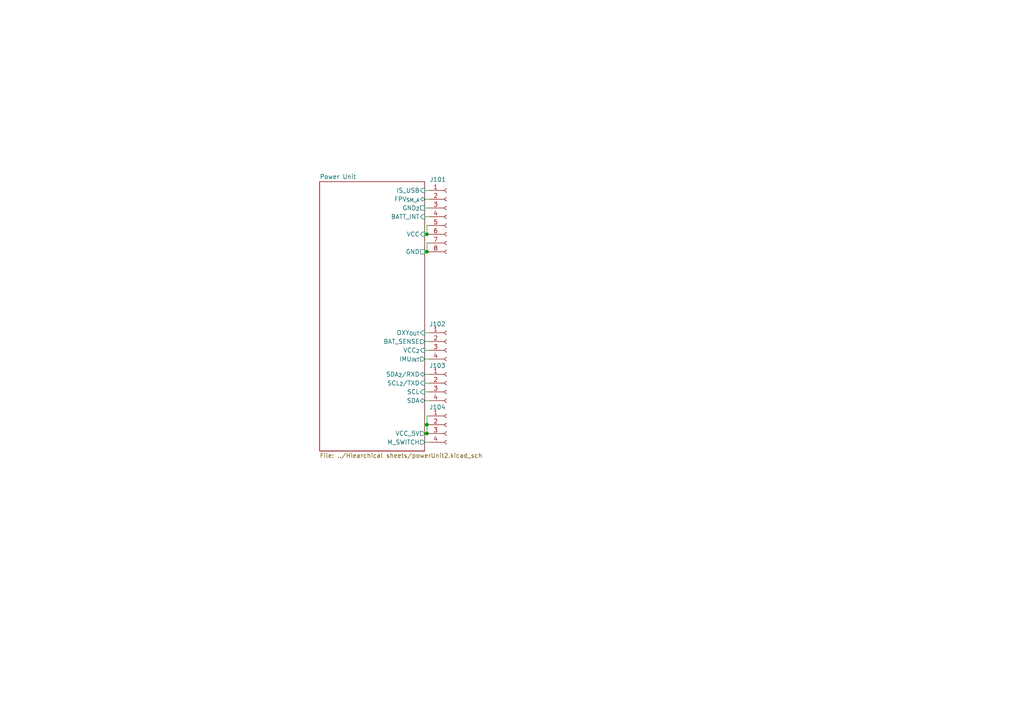
<source format=kicad_sch>
(kicad_sch (version 20211123) (generator eeschema)
  (paper "A4")
  (lib_symbols
    (symbol "Connector:Conn_01x04_Female" (pin_names (offset 1.016) hide)
      (property "Reference" "J" (at 0 5.08 0))
      (property "Value" "Conn_01x04_Female" (at 0 -7.62 0))
      (symbol "Conn_01x04_Female_1_1"
        (arc (start 0 -4.572) (mid -0.508 -5.08) (end 0 -5.588) (stroke (width 0.1524)))
        (arc (start 0 -2.032) (mid -0.508 -2.54) (end 0 -3.048) (stroke (width 0.1524)))
        (polyline (pts (xy -1.27 -5.08) (xy -0.508 -5.08)) (stroke (width 0.1524)))
        (polyline (pts (xy -1.27 -2.54) (xy -0.508 -2.54)) (stroke (width 0.1524)))
        (polyline (pts (xy -1.27 0) (xy -0.508 0)) (stroke (width 0.1524)))
        (polyline (pts (xy -1.27 2.54) (xy -0.508 2.54)) (stroke (width 0.1524)))
        (arc (start 0 0.508) (mid -0.508 0) (end 0 -0.508) (stroke (width 0.1524)))
        (arc (start 0 3.048) (mid -0.508 2.54) (end 0 2.032) (stroke (width 0.1524)))
        (pin passive line (at -5.08 2.54 0) (length 3.81) (name "Pin_1") (number "1"))
        (pin passive line (at -5.08 0 0) (length 3.81) (name "Pin_2") (number "2"))
        (pin passive line (at -5.08 -2.54 0) (length 3.81) (name "Pin_3") (number "3"))
        (pin passive line (at -5.08 -5.08 0) (length 3.81) (name "Pin_4") (number "4"))
      )
    )
    (symbol "Connector:Conn_01x08_Female" (pin_names (offset 1.016) hide)
      (property "Reference" "J" (at 0 10.16 0))
      (property "Value" "Conn_01x08_Female" (at 0 -12.7 0))
      (symbol "Conn_01x08_Female_1_1"
        (arc (start 0 -9.652) (mid -0.508 -10.16) (end 0 -10.668) (stroke (width 0.1524)))
        (arc (start 0 -7.112) (mid -0.508 -7.62) (end 0 -8.128) (stroke (width 0.1524)))
        (arc (start 0 -4.572) (mid -0.508 -5.08) (end 0 -5.588) (stroke (width 0.1524)))
        (arc (start 0 -2.032) (mid -0.508 -2.54) (end 0 -3.048) (stroke (width 0.1524)))
        (polyline (pts (xy -1.27 -10.16) (xy -0.508 -10.16)) (stroke (width 0.1524)))
        (polyline (pts (xy -1.27 -7.62) (xy -0.508 -7.62)) (stroke (width 0.1524)))
        (polyline (pts (xy -1.27 -5.08) (xy -0.508 -5.08)) (stroke (width 0.1524)))
        (polyline (pts (xy -1.27 -2.54) (xy -0.508 -2.54)) (stroke (width 0.1524)))
        (polyline (pts (xy -1.27 0) (xy -0.508 0)) (stroke (width 0.1524)))
        (polyline (pts (xy -1.27 2.54) (xy -0.508 2.54)) (stroke (width 0.1524)))
        (polyline (pts (xy -1.27 5.08) (xy -0.508 5.08)) (stroke (width 0.1524)))
        (polyline (pts (xy -1.27 7.62) (xy -0.508 7.62)) (stroke (width 0.1524)))
        (arc (start 0 0.508) (mid -0.508 0) (end 0 -0.508) (stroke (width 0.1524)))
        (arc (start 0 3.048) (mid -0.508 2.54) (end 0 2.032) (stroke (width 0.1524)))
        (arc (start 0 5.588) (mid -0.508 5.08) (end 0 4.572) (stroke (width 0.1524)))
        (arc (start 0 8.128) (mid -0.508 7.62) (end 0 7.112) (stroke (width 0.1524)))
        (pin passive line (at -5.08 7.62 0) (length 3.81) (name "Pin_1") (number "1"))
        (pin passive line (at -5.08 5.08 0) (length 3.81) (name "Pin_2") (number "2"))
        (pin passive line (at -5.08 2.54 0) (length 3.81) (name "Pin_3") (number "3"))
        (pin passive line (at -5.08 0 0) (length 3.81) (name "Pin_4") (number "4"))
        (pin passive line (at -5.08 -2.54 0) (length 3.81) (name "Pin_5") (number "5"))
        (pin passive line (at -5.08 -5.08 0) (length 3.81) (name "Pin_6") (number "6"))
        (pin passive line (at -5.08 -7.62 0) (length 3.81) (name "Pin_7") (number "7"))
        (pin passive line (at -5.08 -10.16 0) (length 3.81) (name "Pin_8") (number "8"))
      )
    )
  )
  (junction (at 123.825 73.025))
  (junction (at 123.825 67.945))
  (junction (at 123.825 125.73))
  (junction (at 123.825 123.19))
  (wire (pts (xy 123.825 67.945) (xy 124.46 67.945)))
  (wire (pts (xy 123.19 96.52) (xy 124.46 96.52)))
  (wire (pts (xy 124.46 70.485) (xy 123.825 70.485)))
  (wire (pts (xy 124.46 65.405) (xy 123.825 65.405)))
  (wire (pts (xy 123.19 73.025) (xy 123.825 73.025)))
  (wire (pts (xy 123.19 60.325) (xy 124.46 60.325)))
  (wire (pts (xy 124.46 62.865) (xy 123.19 62.865)))
  (wire (pts (xy 123.825 120.65) (xy 123.825 123.19)))
  (wire (pts (xy 123.19 67.945) (xy 123.825 67.945)))
  (wire (pts (xy 124.46 99.06) (xy 123.19 99.06)))
  (wire (pts (xy 124.46 55.245) (xy 123.19 55.245)))
  (wire (pts (xy 123.19 111.125) (xy 124.46 111.125)))
  (wire (pts (xy 123.19 108.585) (xy 124.46 108.585)))
  (wire (pts (xy 124.46 57.785) (xy 123.19 57.785)))
  (wire (pts (xy 123.19 128.27) (xy 124.46 128.27)))
  (wire (pts (xy 124.46 104.14) (xy 123.19 104.14)))
  (wire (pts (xy 123.825 73.025) (xy 124.46 73.025)))
  (wire (pts (xy 123.825 70.485) (xy 123.825 73.025)))
  (wire (pts (xy 123.825 123.19) (xy 124.46 123.19)))
  (wire (pts (xy 124.46 120.65) (xy 123.825 120.65)))
  (wire (pts (xy 123.19 125.73) (xy 123.825 125.73)))
  (wire (pts (xy 123.825 125.73) (xy 124.46 125.73)))
  (wire (pts (xy 123.19 113.665) (xy 124.46 113.665)))
  (wire (pts (xy 123.825 123.19) (xy 123.825 125.73)))
  (wire (pts (xy 123.19 116.205) (xy 124.46 116.205)))
  (wire (pts (xy 123.825 65.405) (xy 123.825 67.945)))
  (wire (pts (xy 123.19 101.6) (xy 124.46 101.6)))
  (symbol (lib_id "Connector:Conn_01x04_Female") (at 129.54 111.125 0) (unit 1)
    (property "Reference" "J103" (at 124.46 106.045 0) (effects (justify left)))
    (property "Value" "Conn_02x02_Female" (effects hide))
    (property "Footprint" "Connector_PinSocket_2.54mm:PinSocket_2x02_P2.54mm_Vertical" (effects hide))
  )
  (symbol (lib_id "Connector:Conn_01x08_Female") (at 129.54 62.865 0) (unit 1)
    (property "Reference" "J101" (at 127 52.07 0))
    (property "Value" "Conn_02x04_Female" (effects hide))
    (property "Footprint" "Connector_PinSocket_2.54mm:PinSocket_2x04_P2.54mm_Vertical" (effects hide))
  )
  (symbol (lib_id "Connector:Conn_01x04_Female") (at 129.54 99.06 0) (unit 1)
    (property "Reference" "J102" (at 124.46 93.98 0) (effects (justify left)))
    (property "Value" "Conn_02x02_Female" (effects hide))
    (property "Footprint" "Connector_PinSocket_2.54mm:PinSocket_2x02_P2.54mm_Vertical" (effects hide))
  )
  (symbol (lib_id "Connector:Conn_01x04_Female") (at 129.54 123.19 0) (unit 1)
    (property "Reference" "J104" (at 124.46 118.11 0) (effects (justify left)))
    (property "Value" "Conn_02x02_Female" (effects hide))
    (property "Footprint" "Connector_PinSocket_2.54mm:PinSocket_2x02_P2.54mm_Vertical" (effects hide))
  )
  (sheet (at 92.71 52.705) (size 30.48 78.105) (stroke (width 0.1524))
    (property "Sheet name" "Power Unit" (at 92.71 51.9934 0) (effects (justify left bottom)))
    (property "Sheet file" "../Hiearchical sheets/powerUnit2.kicad_sch" (at 92.71 131.3946 0) (effects (justify left top)))
    (pin "M_SWITCH" output (at 123.19 128.27 0))
    (pin "FPV_{SM_A}" bidirectional (at 123.19 57.785 0))
    (pin "GND" passive (at 123.19 73.025 0))
    (pin "GND_{2}" passive (at 123.19 60.325 0))
    (pin "SCL" input (at 123.19 113.665 0))
    (pin "SDA" bidirectional (at 123.19 116.205 0))
    (pin "VCC_5V" output (at 123.19 125.73 0))
    (pin "VCC" input (at 123.19 67.945 0))
    (pin "IS_USB" input (at 123.19 55.245 0))
    (pin "BAT_SENSE" output (at 123.19 99.06 0))
    (pin "IMU_{INT}" output (at 123.19 104.14 0))
    (pin "BATT_INT" input (at 123.19 62.865 0))
    (pin "OXY_{OUT}" input (at 123.19 96.52 0))
    (pin "VCC_{2}" input (at 123.19 101.6 0))
    (pin "SDA_{2}{slash}RXD" bidirectional (at 123.19 108.585 0))
    (pin "SCL_{2}{slash}TXD" input (at 123.19 111.125 0))
  )
)
</source>
